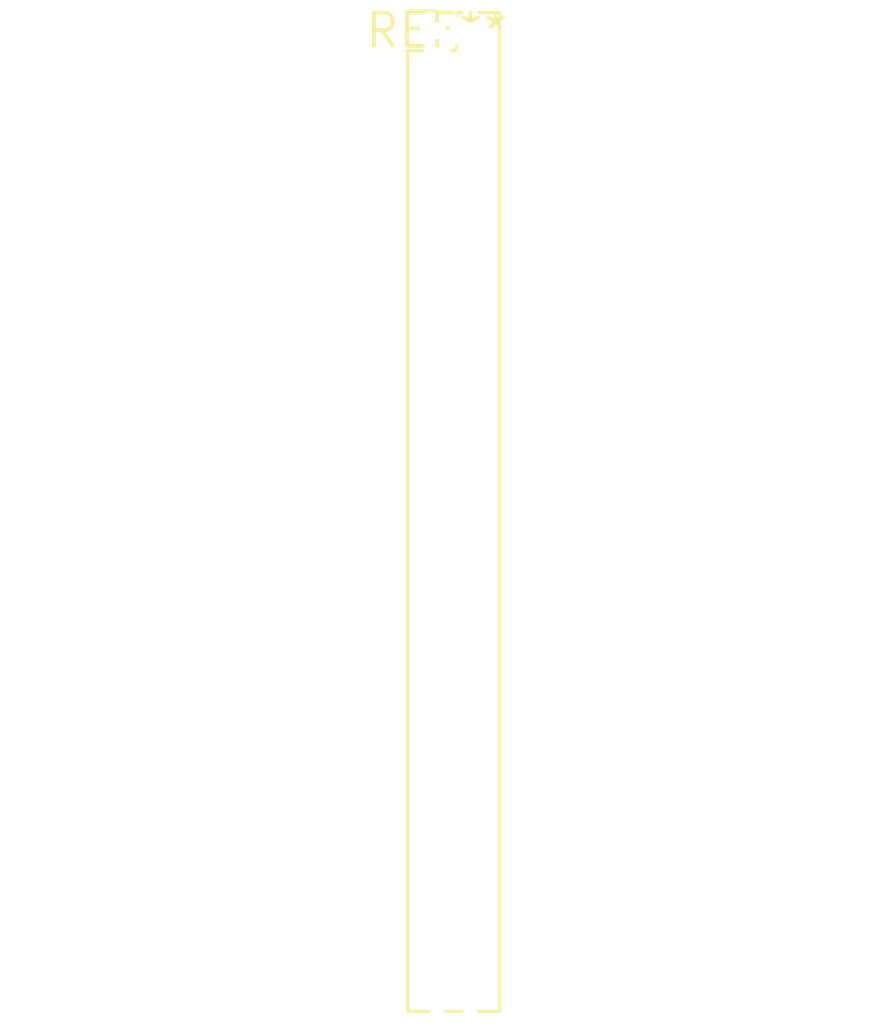
<source format=kicad_pcb>
(kicad_pcb (version 20240108) (generator pcbnew)
  (layers (0 "F.Cu" signal) (31 "B.Cu" signal) (34 "B.Paste" user) (35 "F.Paste" user) (36 "B.SilkS" user "B.Silkscreen") (37 "F.SilkS" user "F.Silkscreen") (38 "B.Mask" user) (39 "F.Mask" user) (44 "Edge.Cuts" user))
  (net 0 "")
  (footprint "PinHeader_2x30_P1.27mm_Vertical" (layer "F.Cu") (at 0 0)
    (property "Reference" "REF**")
    (property "Value" "PinHeader_2x30_P1.27mm_Vertical")
    (fp_line (start -1.13 -0.76) (end 0 -0.76) (layer "F.SilkS") (stroke (width 0.12)))
    (fp_line (start -1.13 0) (end -1.13 -0.76) (layer "F.SilkS") (stroke (width 0.12)))
    (fp_line (start -1.13 0.76) (end -1.13 37.525) (layer "F.SilkS") (stroke (width 0.12)))
    (fp_line (start -1.13 0.76) (end -0.563471 0.76) (layer "F.SilkS") (stroke (width 0.12)))
    (fp_line (start -1.13 37.525) (end -0.30753 37.525) (layer "F.SilkS") (stroke (width 0.12)))
    (fp_line (start 0.30753 37.525) (end 0.96247 37.525) (layer "F.SilkS") (stroke (width 0.12)))
    (fp_line (start 0.563471 0.76) (end 0.706529 0.76) (layer "F.SilkS") (stroke (width 0.12)))
    (fp_line (start 0.76 -0.695) (end 0.96247 -0.695) (layer "F.SilkS") (stroke (width 0.12)))
    (fp_line (start 0.76 -0.563471) (end 0.76 -0.695) (layer "F.SilkS") (stroke (width 0.12)))
    (fp_line (start 0.76 0.706529) (end 0.76 0.563471) (layer "F.SilkS") (stroke (width 0.12)))
    (fp_line (start 1.57753 -0.695) (end 2.4 -0.695) (layer "F.SilkS") (stroke (width 0.12)))
    (fp_line (start 1.57753 37.525) (end 2.4 37.525) (layer "F.SilkS") (stroke (width 0.12)))
    (fp_line (start 2.4 -0.695) (end 2.4 37.525) (layer "F.SilkS") (stroke (width 0.12)))
    (pad "1" thru_hole rect (at 0 0) (size 1 1) (drill 0.65) (layers *.Cu *.Mask) (remove_unused_layers))
    (pad "2" thru_hole oval (at 1.27 0) (size 1 1) (drill 0.65) (layers *.Cu *.Mask) (remove_unused_layers))
    (pad "3" thru_hole oval (at 0 1.27) (size 1 1) (drill 0.65) (layers *.Cu *.Mask) (remove_unused_layers))
    (pad "4" thru_hole oval (at 1.27 1.27) (size 1 1) (drill 0.65) (layers *.Cu *.Mask) (remove_unused_layers))
    (pad "5" thru_hole oval (at 0 2.54) (size 1 1) (drill 0.65) (layers *.Cu *.Mask) (remove_unused_layers))
    (pad "6" thru_hole oval (at 1.27 2.54) (size 1 1) (drill 0.65) (layers *.Cu *.Mask) (remove_unused_layers))
    (pad "7" thru_hole oval (at 0 3.81) (size 1 1) (drill 0.65) (layers *.Cu *.Mask) (remove_unused_layers))
    (pad "8" thru_hole oval (at 1.27 3.81) (size 1 1) (drill 0.65) (layers *.Cu *.Mask) (remove_unused_layers))
    (pad "9" thru_hole oval (at 0 5.08) (size 1 1) (drill 0.65) (layers *.Cu *.Mask) (remove_unused_layers))
    (pad "10" thru_hole oval (at 1.27 5.08) (size 1 1) (drill 0.65) (layers *.Cu *.Mask) (remove_unused_layers))
    (pad "11" thru_hole oval (at 0 6.35) (size 1 1) (drill 0.65) (layers *.Cu *.Mask) (remove_unused_layers))
    (pad "12" thru_hole oval (at 1.27 6.35) (size 1 1) (drill 0.65) (layers *.Cu *.Mask) (remove_unused_layers))
    (pad "13" thru_hole oval (at 0 7.62) (size 1 1) (drill 0.65) (layers *.Cu *.Mask) (remove_unused_layers))
    (pad "14" thru_hole oval (at 1.27 7.62) (size 1 1) (drill 0.65) (layers *.Cu *.Mask) (remove_unused_layers))
    (pad "15" thru_hole oval (at 0 8.89) (size 1 1) (drill 0.65) (layers *.Cu *.Mask) (remove_unused_layers))
    (pad "16" thru_hole oval (at 1.27 8.89) (size 1 1) (drill 0.65) (layers *.Cu *.Mask) (remove_unused_layers))
    (pad "17" thru_hole oval (at 0 10.16) (size 1 1) (drill 0.65) (layers *.Cu *.Mask) (remove_unused_layers))
    (pad "18" thru_hole oval (at 1.27 10.16) (size 1 1) (drill 0.65) (layers *.Cu *.Mask) (remove_unused_layers))
    (pad "19" thru_hole oval (at 0 11.43) (size 1 1) (drill 0.65) (layers *.Cu *.Mask) (remove_unused_layers))
    (pad "20" thru_hole oval (at 1.27 11.43) (size 1 1) (drill 0.65) (layers *.Cu *.Mask) (remove_unused_layers))
    (pad "21" thru_hole oval (at 0 12.7) (size 1 1) (drill 0.65) (layers *.Cu *.Mask) (remove_unused_layers))
    (pad "22" thru_hole oval (at 1.27 12.7) (size 1 1) (drill 0.65) (layers *.Cu *.Mask) (remove_unused_layers))
    (pad "23" thru_hole oval (at 0 13.97) (size 1 1) (drill 0.65) (layers *.Cu *.Mask) (remove_unused_layers))
    (pad "24" thru_hole oval (at 1.27 13.97) (size 1 1) (drill 0.65) (layers *.Cu *.Mask) (remove_unused_layers))
    (pad "25" thru_hole oval (at 0 15.24) (size 1 1) (drill 0.65) (layers *.Cu *.Mask) (remove_unused_layers))
    (pad "26" thru_hole oval (at 1.27 15.24) (size 1 1) (drill 0.65) (layers *.Cu *.Mask) (remove_unused_layers))
    (pad "27" thru_hole oval (at 0 16.51) (size 1 1) (drill 0.65) (layers *.Cu *.Mask) (remove_unused_layers))
    (pad "28" thru_hole oval (at 1.27 16.51) (size 1 1) (drill 0.65) (layers *.Cu *.Mask) (remove_unused_layers))
    (pad "29" thru_hole oval (at 0 17.78) (size 1 1) (drill 0.65) (layers *.Cu *.Mask) (remove_unused_layers))
    (pad "30" thru_hole oval (at 1.27 17.78) (size 1 1) (drill 0.65) (layers *.Cu *.Mask) (remove_unused_layers))
    (pad "31" thru_hole oval (at 0 19.05) (size 1 1) (drill 0.65) (layers *.Cu *.Mask) (remove_unused_layers))
    (pad "32" thru_hole oval (at 1.27 19.05) (size 1 1) (drill 0.65) (layers *.Cu *.Mask) (remove_unused_layers))
    (pad "33" thru_hole oval (at 0 20.32) (size 1 1) (drill 0.65) (layers *.Cu *.Mask) (remove_unused_layers))
    (pad "34" thru_hole oval (at 1.27 20.32) (size 1 1) (drill 0.65) (layers *.Cu *.Mask) (remove_unused_layers))
    (pad "35" thru_hole oval (at 0 21.59) (size 1 1) (drill 0.65) (layers *.Cu *.Mask) (remove_unused_layers))
    (pad "36" thru_hole oval (at 1.27 21.59) (size 1 1) (drill 0.65) (layers *.Cu *.Mask) (remove_unused_layers))
    (pad "37" thru_hole oval (at 0 22.86) (size 1 1) (drill 0.65) (layers *.Cu *.Mask) (remove_unused_layers))
    (pad "38" thru_hole oval (at 1.27 22.86) (size 1 1) (drill 0.65) (layers *.Cu *.Mask) (remove_unused_layers))
    (pad "39" thru_hole oval (at 0 24.13) (size 1 1) (drill 0.65) (layers *.Cu *.Mask) (remove_unused_layers))
    (pad "40" thru_hole oval (at 1.27 24.13) (size 1 1) (drill 0.65) (layers *.Cu *.Mask) (remove_unused_layers))
    (pad "41" thru_hole oval (at 0 25.4) (size 1 1) (drill 0.65) (layers *.Cu *.Mask) (remove_unused_layers))
    (pad "42" thru_hole oval (at 1.27 25.4) (size 1 1) (drill 0.65) (layers *.Cu *.Mask) (remove_unused_layers))
    (pad "43" thru_hole oval (at 0 26.67) (size 1 1) (drill 0.65) (layers *.Cu *.Mask) (remove_unused_layers))
    (pad "44" thru_hole oval (at 1.27 26.67) (size 1 1) (drill 0.65) (layers *.Cu *.Mask) (remove_unused_layers))
    (pad "45" thru_hole oval (at 0 27.94) (size 1 1) (drill 0.65) (layers *.Cu *.Mask) (remove_unused_layers))
    (pad "46" thru_hole oval (at 1.27 27.94) (size 1 1) (drill 0.65) (layers *.Cu *.Mask) (remove_unused_layers))
    (pad "47" thru_hole oval (at 0 29.21) (size 1 1) (drill 0.65) (layers *.Cu *.Mask) (remove_unused_layers))
    (pad "48" thru_hole oval (at 1.27 29.21) (size 1 1) (drill 0.65) (layers *.Cu *.Mask) (remove_unused_layers))
    (pad "49" thru_hole oval (at 0 30.48) (size 1 1) (drill 0.65) (layers *.Cu *.Mask) (remove_unused_layers))
    (pad "50" thru_hole oval (at 1.27 30.48) (size 1 1) (drill 0.65) (layers *.Cu *.Mask) (remove_unused_layers))
    (pad "51" thru_hole oval (at 0 31.75) (size 1 1) (drill 0.65) (layers *.Cu *.Mask) (remove_unused_layers))
    (pad "52" thru_hole oval (at 1.27 31.75) (size 1 1) (drill 0.65) (layers *.Cu *.Mask) (remove_unused_layers))
    (pad "53" thru_hole oval (at 0 33.02) (size 1 1) (drill 0.65) (layers *.Cu *.Mask) (remove_unused_layers))
    (pad "54" thru_hole oval (at 1.27 33.02) (size 1 1) (drill 0.65) (layers *.Cu *.Mask) (remove_unused_layers))
    (pad "55" thru_hole oval (at 0 34.29) (size 1 1) (drill 0.65) (layers *.Cu *.Mask) (remove_unused_layers))
    (pad "56" thru_hole oval (at 1.27 34.29) (size 1 1) (drill 0.65) (layers *.Cu *.Mask) (remove_unused_layers))
    (pad "57" thru_hole oval (at 0 35.56) (size 1 1) (drill 0.65) (layers *.Cu *.Mask) (remove_unused_layers))
    (pad "58" thru_hole oval (at 1.27 35.56) (size 1 1) (drill 0.65) (layers *.Cu *.Mask) (remove_unused_layers))
    (pad "59" thru_hole oval (at 0 36.83) (size 1 1) (drill 0.65) (layers *.Cu *.Mask) (remove_unused_layers))
    (pad "60" thru_hole oval (at 1.27 36.83) (size 1 1) (drill 0.65) (layers *.Cu *.Mask) (remove_unused_layers))
  )
)
</source>
